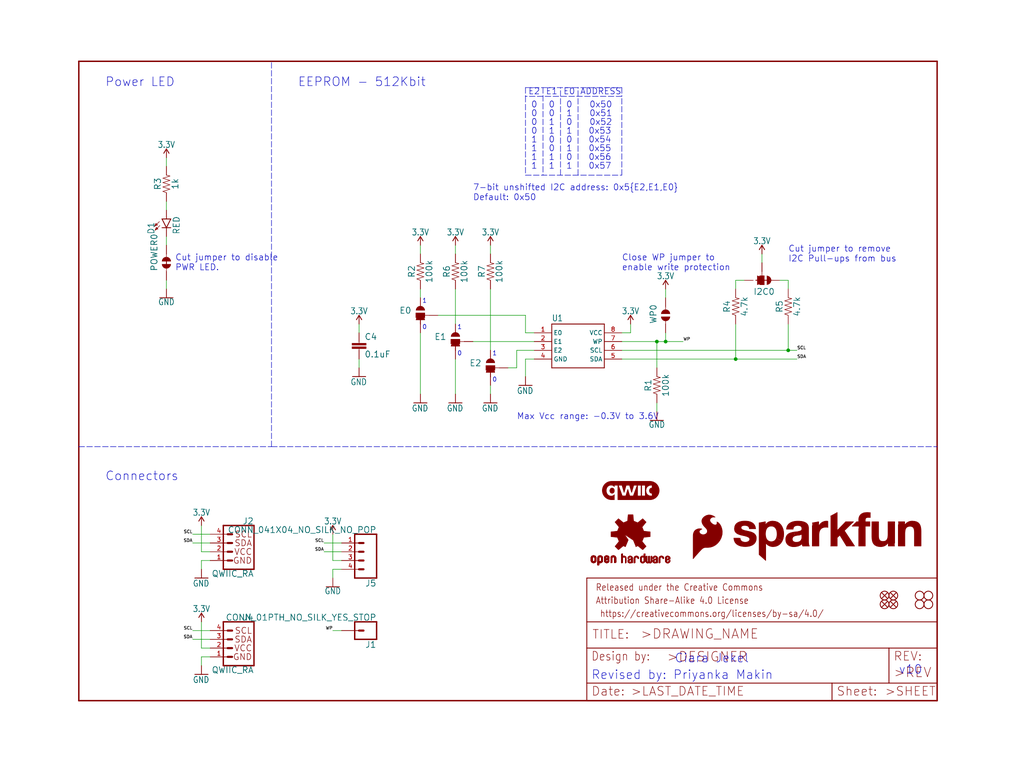
<source format=kicad_sch>
(kicad_sch (version 20211123) (generator eeschema)
  (paper "User" 297.002 223.926)
  (lib_symbols
    (symbol "schematicEagle-eagle-import:0.1UF-0603-25V-(+80{slash}-20%)"
      (property "Reference" "C" (at 1.524 2.921 0))
      (property "Value" "0.1UF-0603-25V-(+80{slash}-20%)" (at 1.524 -2.159 0))
      (symbol "0.1UF-0603-25V-(+80{slash}-20%)_1_0"
        (pin passive line (at 0 5.08 270) (length 2.54) (name "1") (number "1"))
        (pin passive line (at 0 -2.54 90) (length 2.54) (name "2") (number "2"))
      )
    )
    (symbol "schematicEagle-eagle-import:100KOHM-0603-1{slash}10W-1%"
      (property "Reference" "R" (at 0 1.524 0))
      (property "Value" "100KOHM-0603-1{slash}10W-1%" (at 0 -1.524 0))
      (symbol "100KOHM-0603-1{slash}10W-1%_1_0"
        (pin passive line (at -5.08 0 0) (length 2.54) (name "1") (number "1"))
        (pin passive line (at 5.08 0 180) (length 2.54) (name "2") (number "2"))
      )
    )
    (symbol "schematicEagle-eagle-import:1KOHM-0603-1{slash}10W-1%"
      (property "Reference" "R" (at 0 1.524 0))
      (property "Value" "1KOHM-0603-1{slash}10W-1%" (at 0 -1.524 0))
      (symbol "1KOHM-0603-1{slash}10W-1%_1_0"
        (pin passive line (at -5.08 0 0) (length 2.54) (name "1") (number "1"))
        (pin passive line (at 5.08 0 180) (length 2.54) (name "2") (number "2"))
      )
    )
    (symbol "schematicEagle-eagle-import:3.3V" (power)
      (property "Value" "3.3V" (at 0 2.794 0))
      (symbol "3.3V_1_0"
        (pin power_in line (at 0 0 90) (length 2.54) (name "3.3V") (number "1"))
      )
    )
    (symbol "schematicEagle-eagle-import:4.7KOHM-0603-1{slash}10W-1%"
      (property "Reference" "R" (at 0 1.524 0))
      (property "Value" "4.7KOHM-0603-1{slash}10W-1%" (at 0 -1.524 0))
      (symbol "4.7KOHM-0603-1{slash}10W-1%_1_0"
        (pin passive line (at -5.08 0 0) (length 2.54) (name "1") (number "1"))
        (pin passive line (at 5.08 0 180) (length 2.54) (name "2") (number "2"))
      )
    )
    (symbol "schematicEagle-eagle-import:CONN_01PTH_NO_SILK_YES_STOP"
      (property "Reference" "J" (at -2.54 3.048 0))
      (property "Value" "CONN_01PTH_NO_SILK_YES_STOP" (at -2.54 -4.826 0))
      (symbol "CONN_01PTH_NO_SILK_YES_STOP_1_0"
        (pin passive line (at 7.62 0 180) (length 5.08) (name "1") (number "1"))
      )
    )
    (symbol "schematicEagle-eagle-import:CONN_041X04_NO_SILK_NO_POP"
      (property "Reference" "J" (at -5.08 8.128 0))
      (property "Value" "CONN_041X04_NO_SILK_NO_POP" (at -5.08 -7.366 0))
      (symbol "CONN_041X04_NO_SILK_NO_POP_1_0"
        (pin passive line (at 5.08 -2.54 180) (length 5.08) (name "1") (number "1"))
        (pin passive line (at 5.08 0 180) (length 5.08) (name "2") (number "2"))
        (pin passive line (at 5.08 2.54 180) (length 5.08) (name "3") (number "3"))
        (pin passive line (at 5.08 5.08 180) (length 5.08) (name "4") (number "4"))
      )
    )
    (symbol "schematicEagle-eagle-import:FIDUCIALUFIDUCIAL")
    (symbol "schematicEagle-eagle-import:FRAME-LETTER"
      (symbol "FRAME-LETTER_2_0"
        (text " https://creativecommons.org/licenses/by-sa/4.0/" (at 2.54 24.13 0) (effects (font (size 1.9304 1.6408)) (justify left bottom)))
        (text ">DESIGNER" (at 23.114 11.176 0) (effects (font (size 2.7432 2.7432)) (justify left bottom)))
        (text ">DRAWING_NAME" (at 15.494 17.78 0) (effects (font (size 2.7432 2.7432)) (justify left bottom)))
        (text ">LAST_DATE_TIME" (at 12.7 1.27 0) (effects (font (size 2.54 2.54)) (justify left bottom)))
        (text ">REV" (at 88.9 6.604 0) (effects (font (size 2.7432 2.7432)) (justify left bottom)))
        (text ">SHEET" (at 86.36 1.27 0) (effects (font (size 2.54 2.54)) (justify left bottom)))
        (text "Attribution Share-Alike 4.0 License" (at 2.54 27.94 0) (effects (font (size 1.9304 1.6408)) (justify left bottom)))
        (text "Date:" (at 1.27 1.27 0) (effects (font (size 2.54 2.54)) (justify left bottom)))
        (text "Design by:" (at 1.27 11.43 0) (effects (font (size 2.54 2.159)) (justify left bottom)))
        (text "Released under the Creative Commons" (at 2.54 31.75 0) (effects (font (size 1.9304 1.6408)) (justify left bottom)))
        (text "REV:" (at 88.9 11.43 0) (effects (font (size 2.54 2.54)) (justify left bottom)))
        (text "Sheet:" (at 72.39 1.27 0) (effects (font (size 2.54 2.54)) (justify left bottom)))
        (text "TITLE:" (at 1.524 17.78 0) (effects (font (size 2.54 2.54)) (justify left bottom)))
      )
    )
    (symbol "schematicEagle-eagle-import:GND" (power)
      (property "Value" "GND" (at 0 -0.254 0))
      (symbol "GND_1_0"
        (pin power_in line (at 0 2.54 270) (length 2.54) (name "GND") (number "1"))
      )
    )
    (symbol "schematicEagle-eagle-import:JUMPER-SMT_2_NC_TRACE_SILK"
      (property "Reference" "JP" (at -2.54 2.54 0))
      (property "Value" "JUMPER-SMT_2_NC_TRACE_SILK" (at -2.54 -2.54 0))
      (symbol "JUMPER-SMT_2_NC_TRACE_SILK_1_0"
        (pin passive line (at -5.08 0 0) (length 2.54) (name "1") (number "1"))
        (pin passive line (at 5.08 0 180) (length 2.54) (name "2") (number "2"))
      )
    )
    (symbol "schematicEagle-eagle-import:JUMPER-SMT_2_NO_SILK"
      (property "Reference" "JP" (at -2.54 2.54 0))
      (property "Value" "JUMPER-SMT_2_NO_SILK" (at -2.54 -2.54 0))
      (symbol "JUMPER-SMT_2_NO_SILK_1_0"
        (pin passive line (at -5.08 0 0) (length 2.54) (name "1") (number "1"))
        (pin passive line (at 5.08 0 180) (length 2.54) (name "2") (number "2"))
      )
    )
    (symbol "schematicEagle-eagle-import:JUMPER-SMT_3_1-NC_TRACE_SILK"
      (property "Reference" "JP" (at 2.54 0.381 0))
      (property "Value" "JUMPER-SMT_3_1-NC_TRACE_SILK" (at 2.54 -0.381 0))
      (symbol "JUMPER-SMT_3_1-NC_TRACE_SILK_1_0"
        (pin passive line (at 0 5.08 270) (length 2.54) (name "1") (number "1"))
        (pin passive line (at -5.08 0 0) (length 2.54) (name "2") (number "2"))
        (pin passive line (at 0 -5.08 90) (length 2.54) (name "3") (number "3"))
      )
    )
    (symbol "schematicEagle-eagle-import:JUMPER-SMT_3_2-NC_TRACE_SILK"
      (property "Reference" "JP" (at 2.54 0.381 0))
      (property "Value" "JUMPER-SMT_3_2-NC_TRACE_SILK" (at 2.54 -0.381 0))
      (symbol "JUMPER-SMT_3_2-NC_TRACE_SILK_1_0"
        (pin passive line (at 0 5.08 270) (length 2.54) (name "1") (number "1"))
        (pin passive line (at -5.08 0 0) (length 2.54) (name "2") (number "2"))
        (pin passive line (at 0 -5.08 90) (length 2.54) (name "3") (number "3"))
      )
    )
    (symbol "schematicEagle-eagle-import:LED-RED0603"
      (property "Reference" "D" (at -3.429 -4.572 90))
      (property "Value" "LED-RED0603" (at 1.905 -4.572 90))
      (symbol "LED-RED0603_1_0"
        (pin passive line (at 0 2.54 270) (length 2.54) (name "A") (number "A"))
        (pin passive line (at 0 -5.08 90) (length 2.54) (name "C") (number "C"))
      )
    )
    (symbol "schematicEagle-eagle-import:OSHW-LOGOMINI")
    (symbol "schematicEagle-eagle-import:QWIIC_CONNECTORJS-1MM"
      (property "Reference" "J" (at -5.08 7.874 0))
      (property "Value" "QWIIC_CONNECTORJS-1MM" (at -5.08 -5.334 0))
      (symbol "QWIIC_CONNECTORJS-1MM_1_0"
        (text "GND" (at -4.572 -2.54 0) (effects (font (size 1.778 1.778)) (justify left)))
        (text "SCL" (at -4.572 5.08 0) (effects (font (size 1.778 1.778)) (justify left)))
        (text "SDA" (at -4.572 2.54 0) (effects (font (size 1.778 1.778)) (justify left)))
        (text "VCC" (at -4.572 0 0) (effects (font (size 1.778 1.778)) (justify left)))
        (pin power_in line (at 7.62 -2.54 180) (length 5.08) (name "1") (number "1"))
        (pin power_in line (at 7.62 0 180) (length 5.08) (name "2") (number "2"))
        (pin passive line (at 7.62 2.54 180) (length 5.08) (name "3") (number "3"))
        (pin passive line (at 7.62 5.08 180) (length 5.08) (name "4") (number "4"))
      )
    )
    (symbol "schematicEagle-eagle-import:QWIIC_LOGO_4MM")
    (symbol "schematicEagle-eagle-import:RM24C512C"
      (property "Value" "RM24C512C" (at -7.62 -10.16 0))
      (symbol "RM24C512C_1_0"
        (pin bidirectional line (at -12.7 2.54 0) (length 5.08) (name "E0") (number "1"))
        (pin bidirectional line (at -12.7 0 0) (length 5.08) (name "E1") (number "2"))
        (pin bidirectional line (at -12.7 -2.54 0) (length 5.08) (name "E2") (number "3"))
        (pin power_in line (at -12.7 -5.08 0) (length 5.08) (name "GND") (number "4"))
        (pin bidirectional line (at 12.7 -5.08 180) (length 5.08) (name "SDA") (number "5"))
        (pin bidirectional line (at 12.7 -2.54 180) (length 5.08) (name "SCL") (number "6"))
        (pin bidirectional line (at 12.7 0 180) (length 5.08) (name "WP") (number "7"))
        (pin power_in line (at 12.7 2.54 180) (length 5.08) (name "VCC") (number "8"))
      )
    )
    (symbol "schematicEagle-eagle-import:SFE_LOGO_FLAME.1_INCH")
    (symbol "schematicEagle-eagle-import:SFE_LOGO_NAME.1_INCH")
    (symbol "schematicEagle-eagle-import:STAND-OFF")
  )
  (junction (at 190.5 99.06))
  (junction (at 228.6 101.6))
  (junction (at 213.36 104.14))
  (junction (at 193.04 99.06))
  (wire (pts (xy 60.96 154.94) (xy 55.88 154.94)))
  (wire (pts (xy 60.96 190.5) (xy 58.42 190.5)))
  (wire (pts (xy 99.06 165.1) (xy 96.52 165.1)))
  (wire (pts (xy 48.26 83.82) (xy 48.26 81.28)))
  (wire (pts (xy 60.96 185.42) (xy 55.88 185.42)))
  (wire (pts (xy 149.86 106.68) (xy 147.32 106.68)))
  (polyline (pts (xy 152.4 25.4) (xy 180.34 25.4)))
  (wire (pts (xy 121.92 83.82) (xy 121.92 86.36)))
  (wire (pts (xy 121.92 71.12) (xy 121.92 73.66)))
  (wire (pts (xy 190.5 106.68) (xy 190.5 99.06)))
  (wire (pts (xy 213.36 81.28) (xy 215.9 81.28)))
  (polyline (pts (xy 180.34 50.8) (xy 180.34 27.94)))
  (polyline (pts (xy 22.86 129.54) (xy 78.74 129.54)))
  (wire (pts (xy 182.88 96.52) (xy 180.34 96.52)))
  (wire (pts (xy 99.06 182.88) (xy 96.52 182.88)))
  (wire (pts (xy 213.36 104.14) (xy 213.36 93.98)))
  (polyline (pts (xy 78.74 129.54) (xy 78.74 17.78)))
  (wire (pts (xy 180.34 104.14) (xy 213.36 104.14)))
  (wire (pts (xy 213.36 83.82) (xy 213.36 81.28)))
  (wire (pts (xy 58.42 160.02) (xy 58.42 152.4)))
  (wire (pts (xy 180.34 99.06) (xy 190.5 99.06)))
  (wire (pts (xy 121.92 114.3) (xy 121.92 96.52)))
  (wire (pts (xy 182.88 96.52) (xy 182.88 93.98)))
  (polyline (pts (xy 162.56 50.8) (xy 162.56 25.4)))
  (wire (pts (xy 60.96 187.96) (xy 58.42 187.96)))
  (polyline (pts (xy 152.4 27.94) (xy 152.4 50.8)))
  (polyline (pts (xy 152.4 25.4) (xy 152.4 27.94)))
  (wire (pts (xy 152.4 104.14) (xy 152.4 109.22)))
  (polyline (pts (xy 167.64 50.8) (xy 167.64 25.4)))
  (wire (pts (xy 60.96 160.02) (xy 58.42 160.02)))
  (wire (pts (xy 96.52 165.1) (xy 96.52 167.64)))
  (wire (pts (xy 228.6 101.6) (xy 228.6 93.98)))
  (wire (pts (xy 99.06 157.48) (xy 93.98 157.48)))
  (wire (pts (xy 48.26 48.26) (xy 48.26 45.72)))
  (wire (pts (xy 193.04 99.06) (xy 190.5 99.06)))
  (wire (pts (xy 228.6 81.28) (xy 226.06 81.28)))
  (wire (pts (xy 228.6 101.6) (xy 231.14 101.6)))
  (wire (pts (xy 154.94 104.14) (xy 152.4 104.14)))
  (wire (pts (xy 154.94 99.06) (xy 137.16 99.06)))
  (wire (pts (xy 213.36 104.14) (xy 231.14 104.14)))
  (wire (pts (xy 58.42 187.96) (xy 58.42 180.34)))
  (polyline (pts (xy 152.4 50.8) (xy 180.34 50.8)))
  (wire (pts (xy 180.34 101.6) (xy 228.6 101.6)))
  (wire (pts (xy 132.08 73.66) (xy 132.08 71.12)))
  (polyline (pts (xy 180.34 25.4) (xy 180.34 27.94)))
  (wire (pts (xy 190.5 119.38) (xy 190.5 116.84)))
  (wire (pts (xy 152.4 96.52) (xy 152.4 91.44)))
  (wire (pts (xy 149.86 101.6) (xy 149.86 106.68)))
  (wire (pts (xy 60.96 157.48) (xy 55.88 157.48)))
  (wire (pts (xy 60.96 162.56) (xy 58.42 162.56)))
  (wire (pts (xy 198.12 99.06) (xy 193.04 99.06)))
  (wire (pts (xy 142.24 101.6) (xy 142.24 83.82)))
  (wire (pts (xy 99.06 162.56) (xy 96.52 162.56)))
  (polyline (pts (xy 180.34 27.94) (xy 152.4 27.94)))
  (wire (pts (xy 58.42 190.5) (xy 58.42 193.04)))
  (wire (pts (xy 152.4 91.44) (xy 127 91.44)))
  (wire (pts (xy 220.98 73.66) (xy 220.98 76.2)))
  (wire (pts (xy 193.04 99.06) (xy 193.04 96.52)))
  (wire (pts (xy 142.24 114.3) (xy 142.24 111.76)))
  (wire (pts (xy 132.08 114.3) (xy 132.08 104.14)))
  (wire (pts (xy 154.94 96.52) (xy 152.4 96.52)))
  (wire (pts (xy 104.14 96.52) (xy 104.14 93.98)))
  (wire (pts (xy 60.96 182.88) (xy 55.88 182.88)))
  (wire (pts (xy 154.94 101.6) (xy 149.86 101.6)))
  (wire (pts (xy 48.26 60.96) (xy 48.26 58.42)))
  (wire (pts (xy 193.04 83.82) (xy 193.04 86.36)))
  (polyline (pts (xy 157.48 25.4) (xy 157.48 50.8)))
  (wire (pts (xy 48.26 71.12) (xy 48.26 68.58)))
  (wire (pts (xy 104.14 104.14) (xy 104.14 106.68)))
  (wire (pts (xy 99.06 160.02) (xy 93.98 160.02)))
  (wire (pts (xy 142.24 73.66) (xy 142.24 71.12)))
  (wire (pts (xy 228.6 83.82) (xy 228.6 81.28)))
  (wire (pts (xy 132.08 93.98) (xy 132.08 83.82)))
  (wire (pts (xy 58.42 162.56) (xy 58.42 165.1)))
  (polyline (pts (xy 78.74 129.54) (xy 271.78 129.54)))
  (wire (pts (xy 96.52 162.56) (xy 96.52 154.94)))
  (text "0" (at 165.1 35.56 180) (effects (font (size 1.778 1.778))))
  (text "0" (at 142.748 110.998 180) (effects (font (size 1.27 1.27)) (justify left bottom)))
  (text "1" (at 154.94 48.26 180) (effects (font (size 1.778 1.778))))
  (text "0x56" (at 173.99 45.72 180) (effects (font (size 1.778 1.778))))
  (text "0x54" (at 173.99 40.64 180) (effects (font (size 1.778 1.778))))
  (text "1" (at 165.1 38.1 180) (effects (font (size 1.778 1.778))))
  (text "0" (at 160.02 30.48 180) (effects (font (size 1.778 1.778))))
  (text "0" (at 160.02 40.64 180) (effects (font (size 1.778 1.778))))
  (text "1" (at 154.94 40.64 180) (effects (font (size 1.778 1.778))))
  (text "Revised by: Priyanka Makin" (at 171.45 197.358 180) (effects (font (size 2.54 2.54)) (justify left bottom)))
  (text "0x52" (at 174.244 35.56 180) (effects (font (size 1.778 1.778))))
  (text "1" (at 160.02 45.72 180) (effects (font (size 1.778 1.778))))
  (text "Power LED" (at 30.48 25.4 180) (effects (font (size 2.54 2.54)) (justify left bottom)))
  (text "EEPROM - 512Kbit" (at 86.36 25.4 180) (effects (font (size 2.54 2.54)) (justify left bottom)))
  (text "0" (at 122.428 95.758 180) (effects (font (size 1.27 1.27)) (justify left bottom)))
  (text "1" (at 122.428 88.138 180) (effects (font (size 1.27 1.27)) (justify left bottom)))
  (text "1" (at 154.94 45.72 180) (effects (font (size 1.778 1.778))))
  (text "E0" (at 165.1 26.67 180) (effects (font (size 1.778 1.778))))
  (text "0" (at 160.02 43.18 180) (effects (font (size 1.778 1.778))))
  (text "v10" (at 260.604 195.834 180) (effects (font (size 2.54 2.54)) (justify left bottom)))
  (text "1" (at 132.588 95.758 180) (effects (font (size 1.27 1.27)) (justify left bottom)))
  (text "0" (at 154.94 33.02 180) (effects (font (size 1.778 1.778))))
  (text "0" (at 165.1 30.48 180) (effects (font (size 1.778 1.778))))
  (text "1" (at 154.94 43.18 180) (effects (font (size 1.778 1.778))))
  (text "0x50" (at 174.244 30.48 180) (effects (font (size 1.778 1.778))))
  (text "1" (at 165.1 43.18 180) (effects (font (size 1.778 1.778))))
  (text "Max Vcc range: -0.3V to 3.6V" (at 149.86 121.92 180) (effects (font (size 1.778 1.778)) (justify left bottom)))
  (text "7-bit unshifted I2C address: 0x5{E2,E1,E0}\nDefault: 0x50" (at 137.16 58.42 0) (effects (font (size 1.778 1.778)) (justify left bottom)))
  (text "1" (at 160.02 48.26 180) (effects (font (size 1.778 1.778))))
  (text "0" (at 132.588 103.378 180) (effects (font (size 1.27 1.27)) (justify left bottom)))
  (text "0x55" (at 173.99 43.18 180) (effects (font (size 1.778 1.778))))
  (text "Ciara Jekel" (at 195.58 192.532 180) (effects (font (size 2.54 2.54)) (justify left bottom)))
  (text "0" (at 165.1 45.72 180) (effects (font (size 1.778 1.778))))
  (text "0" (at 165.1 40.64 180) (effects (font (size 1.778 1.778))))
  (text "0x51" (at 174.244 33.02 180) (effects (font (size 1.778 1.778))))
  (text "1" (at 165.1 48.26 180) (effects (font (size 1.778 1.778))))
  (text "1" (at 165.1 33.02 180) (effects (font (size 1.778 1.778))))
  (text "1" (at 160.02 35.56 180) (effects (font (size 1.778 1.778))))
  (text "0" (at 154.94 38.1 180) (effects (font (size 1.778 1.778))))
  (text "Cut jumper to disable\nPWR LED." (at 50.8 78.74 180) (effects (font (size 1.778 1.778)) (justify left bottom)))
  (text "0" (at 154.94 35.56 180) (effects (font (size 1.778 1.778))))
  (text "1" (at 142.748 103.378 180) (effects (font (size 1.27 1.27)) (justify left bottom)))
  (text "Close WP jumper to\nenable write protection" (at 180.34 78.74 180) (effects (font (size 1.778 1.778)) (justify left bottom)))
  (text "0" (at 154.94 30.48 180) (effects (font (size 1.778 1.778))))
  (text "E1" (at 160.02 26.67 180) (effects (font (size 1.778 1.778))))
  (text "0x53" (at 173.99 38.1 180) (effects (font (size 1.778 1.778))))
  (text "0" (at 160.02 33.02 180) (effects (font (size 1.778 1.778))))
  (text "0x57" (at 173.99 48.26 180) (effects (font (size 1.778 1.778))))
  (text "E2" (at 154.94 26.67 180) (effects (font (size 1.778 1.778))))
  (text "Cut jumper to remove\nI2C Pull-ups from bus" (at 228.6 76.2 180) (effects (font (size 1.778 1.778)) (justify left bottom)))
  (text "ADDRESS" (at 174.244 26.67 180) (effects (font (size 1.778 1.778))))
  (text "1" (at 160.02 38.1 180) (effects (font (size 1.778 1.778))))
  (text "Connectors" (at 30.48 139.7 180) (effects (font (size 2.54 2.54)) (justify left bottom)))
  (label "SDA" (at 55.88 157.48 180) (effects (font (size 0.889 0.889))))
  (label "SCL" (at 55.88 182.88 180) (effects (font (size 0.889 0.889))))
  (label "SDA" (at 231.14 104.14 0) (effects (font (size 0.889 0.889))))
  (label "WP" (at 198.12 99.06 0) (effects (font (size 0.889 0.889))))
  (label "SCL" (at 55.88 154.94 180) (effects (font (size 0.889 0.889))))
  (label "SCL" (at 93.98 157.48 180) (effects (font (size 0.889 0.889))))
  (label "WP" (at 96.52 182.88 180) (effects (font (size 0.889 0.889))))
  (label "SDA" (at 55.88 185.42 180) (effects (font (size 0.889 0.889))))
  (label "SCL" (at 231.14 101.6 0) (effects (font (size 0.889 0.889))))
  (label "SDA" (at 93.98 160.02 180) (effects (font (size 0.889 0.889))))
  (symbol (lib_id "schematicEagle-eagle-import:JUMPER-SMT_2_NO_SILK") (at 193.04 91.44 90) (unit 1)
    (property "Reference" "WP0" (at 190.5 93.98 0) (effects (font (size 1.778 1.778)) (justify left bottom)))
    (property "Value" "JUMPER-SMT_2_NO_SILK" (effects hide))
    (property "Footprint" "schematicEagle:SMT-JUMPER_2_NO_SILK" (effects hide))
  )
  (symbol (lib_id "schematicEagle-eagle-import:GND") (at 142.24 116.84 0) (unit 1)
    (property "Reference" "#GND9" (effects hide))
    (property "Value" "GND" (at 139.7 119.38 0) (effects (font (size 1.778 1.5113)) (justify left bottom)))
    (property "Footprint" "schematicEagle:" (effects hide))
  )
  (symbol (lib_id "schematicEagle-eagle-import:QWIIC_CONNECTORJS-1MM") (at 68.58 187.96 0) (mirror y) (unit 1)
    (property "Reference" "J4" (at 73.66 180.086 0) (effects (font (size 1.778 1.778)) (justify left bottom)))
    (property "Value" "QWIIC_RA" (at 73.66 193.294 0) (effects (font (size 1.778 1.778)) (justify left top)))
    (property "Footprint" "schematicEagle:JST04_1MM_RA" (effects hide))
  )
  (symbol (lib_id "schematicEagle-eagle-import:100KOHM-0603-1{slash}10W-1%") (at 190.5 111.76 90) (unit 1)
    (property "Reference" "R1" (at 188.976 111.76 0) (effects (font (size 1.778 1.778)) (justify bottom)))
    (property "Value" "100k" (at 192.024 111.76 0) (effects (font (size 1.778 1.778)) (justify top)))
    (property "Footprint" "schematicEagle:0603" (effects hide))
  )
  (symbol (lib_id "schematicEagle-eagle-import:FRAME-LETTER") (at 170.18 203.2 0) (unit 2)
    (property "Reference" "FRAME1" (effects hide))
    (property "Value" "FRAME-LETTER" (effects hide))
    (property "Footprint" "schematicEagle:CREATIVE_COMMONS" (effects hide))
  )
  (symbol (lib_id "schematicEagle-eagle-import:3.3V") (at 142.24 71.12 0) (unit 1)
    (property "Reference" "#SUPPLY9" (effects hide))
    (property "Value" "3.3V" (at 142.24 68.326 0) (effects (font (size 1.778 1.5113)) (justify bottom)))
    (property "Footprint" "schematicEagle:" (effects hide))
  )
  (symbol (lib_id "schematicEagle-eagle-import:GND") (at 58.42 195.58 0) (unit 1)
    (property "Reference" "#GND8" (effects hide))
    (property "Value" "GND" (at 55.88 198.12 0) (effects (font (size 1.778 1.5113)) (justify left bottom)))
    (property "Footprint" "schematicEagle:" (effects hide))
  )
  (symbol (lib_id "schematicEagle-eagle-import:GND") (at 190.5 121.92 0) (unit 1)
    (property "Reference" "#GND10" (effects hide))
    (property "Value" "GND" (at 190.5 122.174 0) (effects (font (size 1.778 1.5113)) (justify top)))
    (property "Footprint" "schematicEagle:" (effects hide))
  )
  (symbol (lib_id "schematicEagle-eagle-import:CONN_041X04_NO_SILK_NO_POP") (at 104.14 160.02 180) (unit 1)
    (property "Reference" "J5" (at 109.22 168.148 0) (effects (font (size 1.778 1.778)) (justify left bottom)))
    (property "Value" "CONN_041X04_NO_SILK_NO_POP" (at 109.22 152.654 0) (effects (font (size 1.778 1.778)) (justify left bottom)))
    (property "Footprint" "schematicEagle:1X04_NO_SILK" (effects hide))
  )
  (symbol (lib_id "schematicEagle-eagle-import:FIDUCIALUFIDUCIAL") (at 256.54 172.72 0) (unit 1)
    (property "Reference" "JP2" (effects hide))
    (property "Value" "FIDUCIALUFIDUCIAL" (effects hide))
    (property "Footprint" "schematicEagle:FIDUCIAL-MICRO" (effects hide))
  )
  (symbol (lib_id "schematicEagle-eagle-import:STAND-OFF") (at 269.24 175.26 0) (unit 1)
    (property "Reference" "JP4" (effects hide))
    (property "Value" "STAND-OFF" (effects hide))
    (property "Footprint" "schematicEagle:STAND-OFF" (effects hide))
  )
  (symbol (lib_id "schematicEagle-eagle-import:GND") (at 152.4 111.76 0) (unit 1)
    (property "Reference" "#GND1" (effects hide))
    (property "Value" "GND" (at 149.86 114.3 0) (effects (font (size 1.778 1.5113)) (justify left bottom)))
    (property "Footprint" "schematicEagle:" (effects hide))
  )
  (symbol (lib_id "schematicEagle-eagle-import:JUMPER-SMT_2_NC_TRACE_SILK") (at 48.26 76.2 90) (unit 1)
    (property "Reference" "POWER0" (at 45.72 78.74 0) (effects (font (size 1.778 1.778)) (justify left bottom)))
    (property "Value" "JUMPER-SMT_2_NC_TRACE_SILK" (effects hide))
    (property "Footprint" "schematicEagle:SMT-JUMPER_2_NC_TRACE_SILK" (effects hide))
  )
  (symbol (lib_id "schematicEagle-eagle-import:QWIIC_LOGO_4MM") (at 182.88 142.24 0) (unit 1)
    (property "Reference" "LOGO4" (effects hide))
    (property "Value" "QWIIC_LOGO_4MM" (effects hide))
    (property "Footprint" "schematicEagle:QWIIC_4MM" (effects hide))
  )
  (symbol (lib_id "schematicEagle-eagle-import:FRAME-LETTER") (at 22.86 203.2 0) (unit 1)
    (property "Reference" "FRAME1" (effects hide))
    (property "Value" "FRAME-LETTER" (effects hide))
    (property "Footprint" "schematicEagle:CREATIVE_COMMONS" (effects hide))
  )
  (symbol (lib_id "schematicEagle-eagle-import:3.3V") (at 220.98 73.66 0) (unit 1)
    (property "Reference" "#SUPPLY1" (effects hide))
    (property "Value" "3.3V" (at 220.98 70.866 0) (effects (font (size 1.778 1.5113)) (justify bottom)))
    (property "Footprint" "schematicEagle:" (effects hide))
  )
  (symbol (lib_id "schematicEagle-eagle-import:3.3V") (at 121.92 71.12 0) (unit 1)
    (property "Reference" "#SUPPLY2" (effects hide))
    (property "Value" "3.3V" (at 121.92 68.326 0) (effects (font (size 1.778 1.5113)) (justify bottom)))
    (property "Footprint" "schematicEagle:" (effects hide))
  )
  (symbol (lib_id "schematicEagle-eagle-import:SFE_LOGO_FLAME.1_INCH") (at 200.66 162.56 0) (unit 1)
    (property "Reference" "LOGO3" (effects hide))
    (property "Value" "SFE_LOGO_FLAME.1_INCH" (effects hide))
    (property "Footprint" "schematicEagle:SFE_LOGO_FLAME_.1" (effects hide))
  )
  (symbol (lib_id "schematicEagle-eagle-import:GND") (at 121.92 116.84 0) (unit 1)
    (property "Reference" "#GND5" (effects hide))
    (property "Value" "GND" (at 119.38 119.38 0) (effects (font (size 1.778 1.5113)) (justify left bottom)))
    (property "Footprint" "schematicEagle:" (effects hide))
  )
  (symbol (lib_id "schematicEagle-eagle-import:GND") (at 104.14 109.22 0) (unit 1)
    (property "Reference" "#GND4" (effects hide))
    (property "Value" "GND" (at 101.6 111.76 0) (effects (font (size 1.778 1.5113)) (justify left bottom)))
    (property "Footprint" "schematicEagle:" (effects hide))
  )
  (symbol (lib_id "schematicEagle-eagle-import:3.3V") (at 96.52 154.94 0) (unit 1)
    (property "Reference" "#SUPPLY7" (effects hide))
    (property "Value" "3.3V" (at 96.52 152.146 0) (effects (font (size 1.778 1.5113)) (justify bottom)))
    (property "Footprint" "schematicEagle:" (effects hide))
  )
  (symbol (lib_id "schematicEagle-eagle-import:FIDUCIALUFIDUCIAL") (at 256.54 175.26 0) (unit 1)
    (property "Reference" "JP5" (effects hide))
    (property "Value" "FIDUCIALUFIDUCIAL" (effects hide))
    (property "Footprint" "schematicEagle:FIDUCIAL-MICRO" (effects hide))
  )
  (symbol (lib_id "schematicEagle-eagle-import:GND") (at 48.26 86.36 0) (unit 1)
    (property "Reference" "#GND3" (effects hide))
    (property "Value" "GND" (at 48.26 86.614 0) (effects (font (size 1.778 1.5113)) (justify top)))
    (property "Footprint" "schematicEagle:" (effects hide))
  )
  (symbol (lib_id "schematicEagle-eagle-import:3.3V") (at 104.14 93.98 0) (unit 1)
    (property "Reference" "#SUPPLY5" (effects hide))
    (property "Value" "3.3V" (at 104.14 91.186 0) (effects (font (size 1.778 1.5113)) (justify bottom)))
    (property "Footprint" "schematicEagle:" (effects hide))
  )
  (symbol (lib_id "schematicEagle-eagle-import:3.3V") (at 58.42 180.34 0) (unit 1)
    (property "Reference" "#SUPPLY8" (effects hide))
    (property "Value" "3.3V" (at 58.42 177.546 0) (effects (font (size 1.778 1.5113)) (justify bottom)))
    (property "Footprint" "schematicEagle:" (effects hide))
  )
  (symbol (lib_id "schematicEagle-eagle-import:100KOHM-0603-1{slash}10W-1%") (at 142.24 78.74 90) (unit 1)
    (property "Reference" "R7" (at 140.716 78.74 0) (effects (font (size 1.778 1.778)) (justify bottom)))
    (property "Value" "100k" (at 143.764 78.74 0) (effects (font (size 1.778 1.778)) (justify top)))
    (property "Footprint" "schematicEagle:0603" (effects hide))
  )
  (symbol (lib_id "schematicEagle-eagle-import:CONN_01PTH_NO_SILK_YES_STOP") (at 106.68 182.88 180) (unit 1)
    (property "Reference" "J1" (at 109.22 185.928 0) (effects (font (size 1.778 1.778)) (justify left bottom)))
    (property "Value" "CONN_01PTH_NO_SILK_YES_STOP" (at 109.22 178.054 0) (effects (font (size 1.778 1.778)) (justify left bottom)))
    (property "Footprint" "schematicEagle:1X01_NO_SILK" (effects hide))
  )
  (symbol (lib_id "schematicEagle-eagle-import:STAND-OFF") (at 266.7 172.72 0) (unit 1)
    (property "Reference" "JP7" (effects hide))
    (property "Value" "STAND-OFF" (effects hide))
    (property "Footprint" "schematicEagle:STAND-OFF" (effects hide))
  )
  (symbol (lib_id "schematicEagle-eagle-import:GND") (at 132.08 116.84 0) (unit 1)
    (property "Reference" "#GND2" (effects hide))
    (property "Value" "GND" (at 129.54 119.38 0) (effects (font (size 1.778 1.5113)) (justify left bottom)))
    (property "Footprint" "schematicEagle:" (effects hide))
  )
  (symbol (lib_id "schematicEagle-eagle-import:STAND-OFF") (at 269.24 172.72 0) (unit 1)
    (property "Reference" "JP3" (effects hide))
    (property "Value" "STAND-OFF" (effects hide))
    (property "Footprint" "schematicEagle:STAND-OFF" (effects hide))
  )
  (symbol (lib_id "schematicEagle-eagle-import:OSHW-LOGOMINI") (at 182.88 154.94 0) (unit 1)
    (property "Reference" "LOGO1" (effects hide))
    (property "Value" "OSHW-LOGOMINI" (effects hide))
    (property "Footprint" "schematicEagle:OSHW-LOGO-MINI" (effects hide))
  )
  (symbol (lib_id "schematicEagle-eagle-import:GND") (at 96.52 170.18 0) (unit 1)
    (property "Reference" "#GND11" (effects hide))
    (property "Value" "GND" (at 96.52 170.434 0) (effects (font (size 1.778 1.5113)) (justify top)))
    (property "Footprint" "schematicEagle:" (effects hide))
  )
  (symbol (lib_id "schematicEagle-eagle-import:LED-RED0603") (at 48.26 63.5 0) (unit 1)
    (property "Reference" "D1" (at 44.831 68.072 90) (effects (font (size 1.778 1.778)) (justify left bottom)))
    (property "Value" "RED" (at 50.165 68.072 90) (effects (font (size 1.778 1.778)) (justify left top)))
    (property "Footprint" "schematicEagle:LED-0603" (effects hide))
  )
  (symbol (lib_id "schematicEagle-eagle-import:FIDUCIALUFIDUCIAL") (at 259.08 172.72 0) (unit 1)
    (property "Reference" "JP6" (effects hide))
    (property "Value" "FIDUCIALUFIDUCIAL" (effects hide))
    (property "Footprint" "schematicEagle:FIDUCIAL-MICRO" (effects hide))
  )
  (symbol (lib_id "schematicEagle-eagle-import:3.3V") (at 58.42 152.4 0) (unit 1)
    (property "Reference" "#SUPPLY4" (effects hide))
    (property "Value" "3.3V" (at 58.42 149.606 0) (effects (font (size 1.778 1.5113)) (justify bottom)))
    (property "Footprint" "schematicEagle:" (effects hide))
  )
  (symbol (lib_id "schematicEagle-eagle-import:1KOHM-0603-1{slash}10W-1%") (at 48.26 53.34 90) (unit 1)
    (property "Reference" "R3" (at 46.736 53.34 0) (effects (font (size 1.778 1.778)) (justify bottom)))
    (property "Value" "1k" (at 49.784 53.34 0) (effects (font (size 1.778 1.778)) (justify top)))
    (property "Footprint" "schematicEagle:0603" (effects hide))
  )
  (symbol (lib_id "schematicEagle-eagle-import:0.1UF-0603-25V-(+80{slash}-20%)") (at 104.14 101.6 0) (unit 1)
    (property "Reference" "C4" (at 105.664 98.679 0) (effects (font (size 1.778 1.778)) (justify left bottom)))
    (property "Value" "0.1uF" (at 105.664 103.759 0) (effects (font (size 1.778 1.778)) (justify left bottom)))
    (property "Footprint" "schematicEagle:0603" (effects hide))
  )
  (symbol (lib_id "schematicEagle-eagle-import:4.7KOHM-0603-1{slash}10W-1%") (at 213.36 88.9 90) (unit 1)
    (property "Reference" "R4" (at 211.836 88.9 0) (effects (font (size 1.778 1.778)) (justify bottom)))
    (property "Value" "4.7k" (at 214.884 88.9 0) (effects (font (size 1.778 1.778)) (justify top)))
    (property "Footprint" "schematicEagle:0603" (effects hide))
  )
  (symbol (lib_id "schematicEagle-eagle-import:GND") (at 58.42 167.64 0) (unit 1)
    (property "Reference" "#GND6" (effects hide))
    (property "Value" "GND" (at 55.88 170.18 0) (effects (font (size 1.778 1.5113)) (justify left bottom)))
    (property "Footprint" "schematicEagle:" (effects hide))
  )
  (symbol (lib_id "schematicEagle-eagle-import:RM24C512C") (at 167.64 99.06 0) (unit 1)
    (property "Reference" "U1" (at 160.02 93.218 0) (effects (font (size 1.778 1.5113)) (justify left bottom)))
    (property "Value" "CAT24C51" (at 160.02 109.22 0) (effects (font (size 1.778 1.5113)) (justify left bottom)))
    (property "Footprint" "schematicEagle:SO08" (effects hide))
    (property "Value" "CAT24C51" (effects hide))
  )
  (symbol (lib_id "schematicEagle-eagle-import:JUMPER-SMT_3_1-NC_TRACE_SILK") (at 121.92 91.44 0) (mirror y) (unit 1)
    (property "Reference" "E0" (at 119.38 91.059 0) (effects (font (size 1.778 1.778)) (justify left bottom)))
    (property "Value" "JUMPER-SMT_3_1-NC_TRACE_SILK" (effects hide))
    (property "Footprint" "schematicEagle:SMT-JUMPER_3_1-NC_TRACE_SILK" (effects hide))
  )
  (symbol (lib_id "schematicEagle-eagle-import:SFE_LOGO_NAME.1_INCH") (at 210.82 162.56 0) (unit 1)
    (property "Reference" "LOGO2" (effects hide))
    (property "Value" "SFE_LOGO_NAME.1_INCH" (effects hide))
    (property "Footprint" "schematicEagle:SFE_LOGO_NAME_.1" (effects hide))
  )
  (symbol (lib_id "schematicEagle-eagle-import:3.3V") (at 132.08 71.12 0) (unit 1)
    (property "Reference" "#SUPPLY6" (effects hide))
    (property "Value" "3.3V" (at 132.08 68.326 0) (effects (font (size 1.778 1.5113)) (justify bottom)))
    (property "Footprint" "schematicEagle:" (effects hide))
  )
  (symbol (lib_id "schematicEagle-eagle-import:3.3V") (at 182.88 93.98 0) (unit 1)
    (property "Reference" "#SUPPLY3" (effects hide))
    (property "Value" "3.3V" (at 182.88 91.186 0) (effects (font (size 1.778 1.5113)) (justify bottom)))
    (property "Footprint" "schematicEagle:" (effects hide))
  )
  (symbol (lib_id "schematicEagle-eagle-import:3.3V") (at 193.04 83.82 0) (unit 1)
    (property "Reference" "#SUPPLY11" (effects hide))
    (property "Value" "3.3V" (at 193.04 81.026 0) (effects (font (size 1.778 1.5113)) (justify bottom)))
    (property "Footprint" "schematicEagle:" (effects hide))
  )
  (symbol (lib_id "schematicEagle-eagle-import:QWIIC_CONNECTORJS-1MM") (at 68.58 160.02 0) (mirror y) (unit 1)
    (property "Reference" "J2" (at 73.66 152.146 0) (effects (font (size 1.778 1.778)) (justify left bottom)))
    (property "Value" "QWIIC_RA" (at 73.66 165.354 0) (effects (font (size 1.778 1.778)) (justify left top)))
    (property "Footprint" "schematicEagle:JST04_1MM_RA" (effects hide))
  )
  (symbol (lib_id "schematicEagle-eagle-import:JUMPER-SMT_3_2-NC_TRACE_SILK") (at 220.98 81.28 270) (unit 1)
    (property "Reference" "I2C0" (at 218.44 85.598 90) (effects (font (size 1.778 1.778)) (justify left bottom)))
    (property "Value" "JUMPER-SMT_3_2-NC_TRACE_SILK" (effects hide))
    (property "Footprint" "schematicEagle:SMT-JUMPER_3_2-NC_TRACE_SILK" (effects hide))
  )
  (symbol (lib_id "schematicEagle-eagle-import:100KOHM-0603-1{slash}10W-1%") (at 132.08 78.74 90) (unit 1)
    (property "Reference" "R6" (at 130.556 78.74 0) (effects (font (size 1.778 1.778)) (justify bottom)))
    (property "Value" "100k" (at 133.604 78.74 0) (effects (font (size 1.778 1.778)) (justify top)))
    (property "Footprint" "schematicEagle:0603" (effects hide))
  )
  (symbol (lib_id "schematicEagle-eagle-import:4.7KOHM-0603-1{slash}10W-1%") (at 228.6 88.9 90) (unit 1)
    (property "Reference" "R5" (at 227.076 88.9 0) (effects (font (size 1.778 1.778)) (justify bottom)))
    (property "Value" "4.7k" (at 230.124 88.9 0) (effects (font (size 1.778 1.778)) (justify top)))
    (property "Footprint" "schematicEagle:0603" (effects hide))
  )
  (symbol (lib_id "schematicEagle-eagle-import:JUMPER-SMT_3_1-NC_TRACE_SILK") (at 142.24 106.68 0) (mirror y) (unit 1)
    (property "Reference" "E2" (at 139.7 106.299 0) (effects (font (size 1.778 1.778)) (justify left bottom)))
    (property "Value" "JUMPER-SMT_3_1-NC_TRACE_SILK" (effects hide))
    (property "Footprint" "schematicEagle:SMT-JUMPER_3_1-NC_TRACE_SILK" (effects hide))
  )
  (symbol (lib_id "schematicEagle-eagle-import:100KOHM-0603-1{slash}10W-1%") (at 121.92 78.74 90) (unit 1)
    (property "Reference" "R2" (at 120.396 78.74 0) (effects (font (size 1.778 1.778)) (justify bottom)))
    (property "Value" "100k" (at 123.444 78.74 0) (effects (font (size 1.778 1.778)) (justify top)))
    (property "Footprint" "schematicEagle:0603" (effects hide))
  )
  (symbol (lib_id "schematicEagle-eagle-import:JUMPER-SMT_3_1-NC_TRACE_SILK") (at 132.08 99.06 0) (mirror y) (unit 1)
    (property "Reference" "E1" (at 129.54 98.679 0) (effects (font (size 1.778 1.778)) (justify left bottom)))
    (property "Value" "JUMPER-SMT_3_1-NC_TRACE_SILK" (effects hide))
    (property "Footprint" "schematicEagle:SMT-JUMPER_3_1-NC_TRACE_SILK" (effects hide))
  )
  (symbol (lib_id "schematicEagle-eagle-import:FIDUCIALUFIDUCIAL") (at 259.08 175.26 0) (unit 1)
    (property "Reference" "JP1" (effects hide))
    (property "Value" "FIDUCIALUFIDUCIAL" (effects hide))
    (property "Footprint" "schematicEagle:FIDUCIAL-MICRO" (effects hide))
  )
  (symbol (lib_id "schematicEagle-eagle-import:STAND-OFF") (at 266.7 175.26 0) (unit 1)
    (property "Reference" "JP8" (effects hide))
    (property "Value" "STAND-OFF" (effects hide))
    (property "Footprint" "schematicEagle:STAND-OFF" (effects hide))
  )
  (symbol (lib_id "schematicEagle-eagle-import:3.3V") (at 48.26 45.72 0) (unit 1)
    (property "Reference" "#SUPPLY10" (effects hide))
    (property "Value" "3.3V" (at 48.26 42.926 0) (effects (font (size 1.778 1.5113)) (justify bottom)))
    (property "Footprint" "schematicEagle:" (effects hide))
  )
)
</source>
